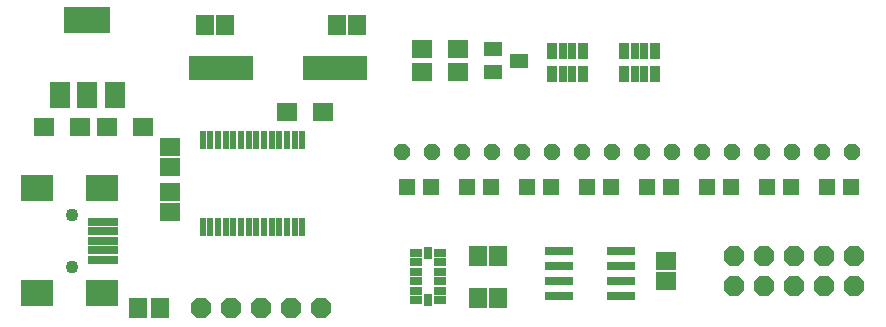
<source format=gts>
G75*
G70*
%OFA0B0*%
%FSLAX24Y24*%
%IPPOS*%
%LPD*%
%AMOC8*
5,1,8,0,0,1.08239X$1,22.5*
%
%ADD10R,0.0592X0.0671*%
%ADD11R,0.1064X0.0867*%
%ADD12R,0.0986X0.0277*%
%ADD13C,0.0434*%
%ADD14OC8,0.0560*%
%ADD15R,0.0671X0.0867*%
%ADD16R,0.1576X0.0867*%
%ADD17R,0.0710X0.0631*%
%ADD18R,0.0434X0.0316*%
%ADD19R,0.0316X0.0434*%
%ADD20OC8,0.0680*%
%ADD21R,0.0217X0.0630*%
%ADD22R,0.2180X0.0840*%
%ADD23R,0.0671X0.0592*%
%ADD24R,0.0253X0.0533*%
%ADD25R,0.0328X0.0533*%
%ADD26R,0.0552X0.0552*%
%ADD27R,0.0946X0.0316*%
%ADD28R,0.0631X0.0474*%
D10*
X004658Y003598D03*
X005406Y003598D03*
X015997Y003948D03*
X016666Y003948D03*
X016666Y005348D03*
X015997Y005348D03*
X011966Y013048D03*
X011297Y013048D03*
X007566Y013048D03*
X006897Y013048D03*
D11*
X003466Y007600D03*
X001301Y007600D03*
X001301Y004096D03*
X003466Y004096D03*
D12*
X003505Y005218D03*
X003505Y005533D03*
X003505Y005848D03*
X003505Y006163D03*
X003505Y006477D03*
D13*
X002482Y006714D03*
X002482Y004981D03*
D14*
X013482Y008798D03*
X014482Y008798D03*
X015482Y008798D03*
X016482Y008798D03*
X017482Y008798D03*
X018482Y008798D03*
X019482Y008798D03*
X020482Y008798D03*
X021482Y008798D03*
X022482Y008798D03*
X023482Y008798D03*
X024482Y008798D03*
X025482Y008798D03*
X026482Y008798D03*
X027482Y008798D03*
X028482Y008798D03*
D15*
X003887Y010707D03*
X002982Y010707D03*
X002076Y010707D03*
D16*
X002982Y013188D03*
D17*
X009641Y010148D03*
X010822Y010148D03*
X004822Y009648D03*
X003641Y009648D03*
X002722Y009648D03*
X001541Y009648D03*
D18*
X013938Y005435D03*
X013938Y005120D03*
X013938Y004805D03*
X013938Y004490D03*
X013938Y004175D03*
X013938Y003860D03*
X014726Y003860D03*
X014726Y004175D03*
X014726Y004490D03*
X014726Y004805D03*
X014726Y005120D03*
X014726Y005435D03*
D19*
X014332Y005435D03*
X014332Y003860D03*
D20*
X010782Y003598D03*
X009782Y003598D03*
X008782Y003598D03*
X007782Y003598D03*
X006782Y003598D03*
X024532Y004348D03*
X025532Y004348D03*
X026532Y004348D03*
X027532Y004348D03*
X028532Y004348D03*
X028532Y005348D03*
X027532Y005348D03*
X026532Y005348D03*
X025532Y005348D03*
X024532Y005348D03*
D21*
X010145Y006308D03*
X009889Y006308D03*
X009633Y006308D03*
X009377Y006308D03*
X009122Y006308D03*
X008866Y006308D03*
X008610Y006308D03*
X008354Y006308D03*
X008098Y006308D03*
X007842Y006308D03*
X007586Y006308D03*
X007330Y006308D03*
X007074Y006308D03*
X006818Y006308D03*
X006818Y009187D03*
X007074Y009187D03*
X007330Y009187D03*
X007586Y009187D03*
X007842Y009187D03*
X008098Y009187D03*
X008354Y009187D03*
X008610Y009187D03*
X008866Y009187D03*
X009122Y009187D03*
X009377Y009187D03*
X009633Y009187D03*
X009889Y009187D03*
X010145Y009187D03*
D22*
X011232Y011598D03*
X007432Y011598D03*
D23*
X005732Y008982D03*
X005732Y008313D03*
X005732Y007482D03*
X005732Y006813D03*
X014132Y011474D03*
X015332Y011474D03*
X015332Y012222D03*
X014132Y012222D03*
X022282Y005182D03*
X022282Y004513D03*
D24*
X021539Y011414D03*
X021224Y011414D03*
X021224Y012181D03*
X021539Y012181D03*
X019139Y012181D03*
X018824Y012181D03*
X018824Y011414D03*
X019139Y011414D03*
D25*
X019492Y011414D03*
X018472Y011414D03*
X018472Y012181D03*
X019492Y012181D03*
X020872Y012181D03*
X021892Y012181D03*
X021892Y011414D03*
X020872Y011414D03*
D26*
X020445Y007648D03*
X019618Y007648D03*
X018445Y007648D03*
X017618Y007648D03*
X016445Y007648D03*
X015618Y007648D03*
X014445Y007648D03*
X013618Y007648D03*
X021618Y007648D03*
X022445Y007648D03*
X023618Y007648D03*
X024445Y007648D03*
X025618Y007648D03*
X026445Y007648D03*
X027618Y007648D03*
X028445Y007648D03*
D27*
X020755Y005498D03*
X020755Y004998D03*
X020755Y004498D03*
X020755Y003998D03*
X018708Y003998D03*
X018708Y004498D03*
X018708Y004998D03*
X018708Y005498D03*
D28*
X016499Y011474D03*
X017365Y011848D03*
X016499Y012222D03*
M02*

</source>
